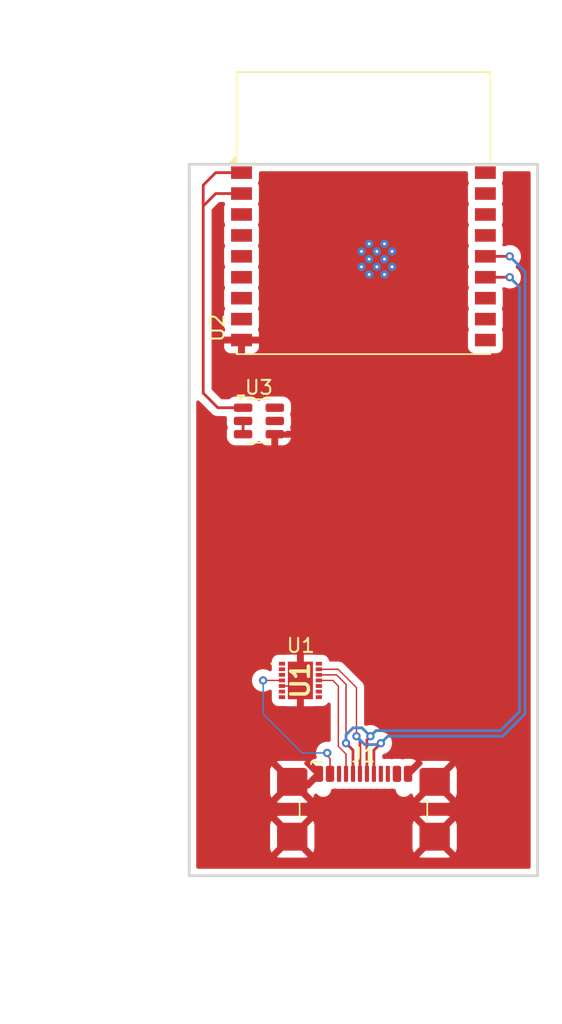
<source format=kicad_pcb>
(kicad_pcb (version 20240108) (generator "pcbnew") (generator_version "8.0")
  (layers (0 "F.Cu" signal) (31 "B.Cu" signal) (34 "B.Paste" user) (35 "F.Paste" user) (36 "B.SilkS" user "B.Silkscreen") (37 "F.SilkS" user "F.Silkscreen") (38 "B.Mask" user) (39 "F.Mask" user) (44 "Edge.Cuts" user))
  (net 0 "")
  (net 1 "GND")
  (net 2 "D-")
  (net 3 "Net-(U1-ISENP)")
  (net 5 "Net-(J1-CC1)")
  (net 6 "Net-(J1-CC2)")
  (net 7 "D+")
  (net 9 "G_PWM")
  (net 10 "W_PWM")
  (net 12 "R_PWM")
  (net 13 "Net-(D2-A)")
  (net 14 "Net-(U2-3V3)")
  (net 16 "PWR_SENS")
  (net 20 "B_PWM")
  (net 23 "Net-(U3-BST)")
  (net 24 "PWR")
  (net 25 "Net-(U3-SW)")
  (net 26 "Net-(U1-VOUT)")
  (net 27 "Net-(Q1-S)")
  (net 28 "Net-(U1-VSEL)")
  (net 30 "Net-(U1-ISEL)")
  (net 31 "Net-(U1-PWR_EN)")
  (net 32 "Net-(U1-V5V)")
  (net 33 "Net-(D1-A)")
  (footprint "Package_TO_SOT_SMD:TSOT-23-6" (layer "F.Cu") (at 142.04 91.1)
    (property "Reference" "U3" (at 0 -2.4 0) (layer "F.SilkS"))
    (property "Value" "AP63203WU")
    (fp_line (start 0 -1.56) (end -0.8 -1.56) (stroke (width 0.12)) (layer "F.SilkS"))
    (fp_line (start 0 -1.56) (end 0.8 -1.56) (stroke (width 0.12)) (layer "F.SilkS"))
    (fp_line (start 0 1.56) (end -0.8 1.56) (stroke (width 0.12)) (layer "F.SilkS"))
    (fp_line (start 0 1.56) (end 0.8 1.56) (stroke (width 0.12)) (layer "F.SilkS"))
    (fp_poly (pts (xy -1.3 -1.51) (xy -1.54 -1.84) (xy -1.06 -1.84) (xy -1.3 -1.51)) (stroke (width 0.12)) (fill solid) (layer "F.SilkS"))
    (pad "1" smd roundrect (at -1.1375 -0.95) (size 1.325 0.6) (layers "F.Cu" "F.Paste" "F.Mask") (net 14 "Net-(U2-3V3)"))
    (pad "2" smd roundrect (at -1.1375 0) (size 1.325 0.6) (layers "F.Cu" "F.Paste" "F.Mask") (net 24 "PWR"))
    (pad "3" smd roundrect (at -1.1375 0.95) (size 1.325 0.6) (layers "F.Cu" "F.Paste" "F.Mask") (net 24 "PWR"))
    (pad "4" smd roundrect (at 1.1375 0.95) (size 1.325 0.6) (layers "F.Cu" "F.Paste" "F.Mask") (net 1 "GND"))
    (pad "5" smd roundrect (at 1.1375 0) (size 1.325 0.6) (layers "F.Cu" "F.Paste" "F.Mask") (net 25 "Net-(U3-SW)"))
    (pad "6" smd roundrect (at 1.1375 -0.95) (size 1.325 0.6) (layers "F.Cu" "F.Paste" "F.Mask") (net 23 "Net-(U3-BST)"))
  )
  (footprint "RF_Module:ESP32-C3-WROOM-02" (layer "F.Cu") (at 149.54 79.3)
    (property "Reference" "U2" (at -10.5 5.13 90) (layer "F.SilkS"))
    (property "Value" "ESP32-C3-WROOM-02")
    (fp_line (start -9.11 -13.21) (end -9.11 -7.4) (stroke (width 0.12)) (layer "F.SilkS"))
    (fp_line (start -9.11 -13.21) (end 9.11 -13.21) (stroke (width 0.12)) (layer "F.SilkS"))
    (fp_line (start -9.11 6.71) (end -9.11 7.01) (stroke (width 0.12)) (layer "F.SilkS"))
    (fp_line (start -9.11 7.01) (end 9.11 7.01) (stroke (width 0.12)) (layer "F.SilkS"))
    (fp_line (start 9.11 -13.21) (end 9.11 -6.71) (stroke (width 0.12)) (layer "F.SilkS"))
    (fp_line (start 9.11 6.71) (end 9.11 7.01) (stroke (width 0.12)) (layer "F.SilkS"))
    (fp_poly (pts (xy -9.1 -6.7) (xy -9.6 -6.7) (xy -9.1 -7.2) (xy -9.1 -6.7)) (stroke (width 0.12)) (fill solid) (layer "F.SilkS"))
    (pad "1" smd rect (at -8.75 -6) (size 1.5 0.9) (layers "F.Cu" "F.Paste" "F.Mask") (net 14 "Net-(U2-3V3)"))
    (pad "2" smd rect (at -8.75 -4.5) (size 1.5 0.9) (layers "F.Cu" "F.Paste" "F.Mask") (net 14 "Net-(U2-3V3)"))
    (pad "3" smd rect (at -8.75 -3) (size 1.5 0.9) (layers "F.Cu" "F.Paste" "F.Mask") (net 13 "Net-(D2-A)"))
    (pad "4" smd rect (at -8.75 -1.5) (size 1.5 0.9) (layers "F.Cu" "F.Paste" "F.Mask") (net 12 "R_PWM"))
    (pad "5" smd rect (at -8.75 0) (size 1.5 0.9) (layers "F.Cu" "F.Paste" "F.Mask") (net 9 "G_PWM"))
    (pad "6" smd rect (at -8.75 1.5) (size 1.5 0.9) (layers "F.Cu" "F.Paste" "F.Mask") (net 20 "B_PWM"))
    (pad "7" smd rect (at -8.75 3) (size 1.5 0.9) (layers "F.Cu" "F.Paste" "F.Mask") (net 10 "W_PWM"))
    (pad "8" smd rect (at -8.75 4.5) (size 1.5 0.9) (layers "F.Cu" "F.Paste" "F.Mask"))
    (pad "9" smd rect (at -8.75 6) (size 1.5 0.9) (layers "F.Cu" "F.Paste" "F.Mask") (net 1 "GND"))
    (pad "10" smd rect (at 8.75 6) (size 1.5 0.9) (layers "F.Cu" "F.Paste" "F.Mask"))
    (pad "11" smd rect (at 8.75 4.5) (size 1.5 0.9) (layers "F.Cu" "F.Paste" "F.Mask"))
    (pad "12" smd rect (at 8.75 3) (size 1.5 0.9) (layers "F.Cu" "F.Paste" "F.Mask"))
    (pad "13" smd rect (at 8.75 1.5) (size 1.5 0.9) (layers "F.Cu" "F.Paste" "F.Mask") (net 2 "D-"))
    (pad "14" smd rect (at 8.75 0) (size 1.5 0.9) (layers "F.Cu" "F.Paste" "F.Mask") (net 7 "D+"))
    (pad "15" smd rect (at 8.75 -1.5) (size 1.5 0.9) (layers "F.Cu" "F.Paste" "F.Mask"))
    (pad "16" smd rect (at 8.75 -3) (size 1.5 0.9) (layers "F.Cu" "F.Paste" "F.Mask"))
    (pad "17" smd rect (at 8.75 -4.5) (size 1.5 0.9) (layers "F.Cu" "F.Paste" "F.Mask"))
    (pad "18" smd rect (at 8.75 -6) (size 1.5 0.9) (layers "F.Cu" "F.Paste" "F.Mask") (net 16 "PWR_SENS"))
    (pad "19" thru_hole circle (at -0.14 -0.35) (size 0.6 0.6) (drill 0.2) (property pad_prop_heatsink) (layers "*.Cu" "F.Mask") (net 1 "GND"))
    (pad "19" thru_hole circle (at -0.14 0.75) (size 0.6 0.6) (drill 0.2) (property pad_prop_heatsink) (layers "*.Cu" "F.Mask") (net 1 "GND"))
    (pad "19" thru_hole circle (at 0.41 -0.9) (size 0.6 0.6) (drill 0.2) (property pad_prop_heatsink) (layers "*.Cu" "F.Mask") (net 1 "GND"))
    (pad "19" thru_hole circle (at 0.41 0.2) (size 0.6 0.6) (drill 0.2) (property pad_prop_heatsink) (layers "*.Cu" "F.Mask") (net 1 "GND"))
    (pad "19" thru_hole circle (at 0.41 1.3) (size 0.6 0.6) (drill 0.2) (property pad_prop_heatsink) (layers "*.Cu" "F.Mask") (net 1 "GND"))
    (pad "19" thru_hole circle (at 0.96 -0.35) (size 0.6 0.6) (drill 0.2) (property pad_prop_heatsink) (layers "*.Cu" "F.Mask") (net 1 "GND"))
    (pad "19" smd rect (at 0.96 0.2) (size 2.9 2.9) (property pad_prop_heatsink) (layers "F.Cu" "F.Mask") (net 1 "GND"))
    (pad "19" thru_hole circle (at 0.96 0.75) (size 0.6 0.6) (drill 0.2) (property pad_prop_heatsink) (layers "*.Cu" "F.Mask") (net 1 "GND"))
    (pad "19" thru_hole circle (at 1.51 -0.9) (size 0.6 0.6) (drill 0.2) (property pad_prop_heatsink) (layers "*.Cu" "F.Mask") (net 1 "GND"))
    (pad "19" thru_hole circle (at 1.51 0.2) (size 0.6 0.6) (drill 0.2) (property pad_prop_heatsink) (layers "*.Cu" "F.Mask") (net 1 "GND"))
    (pad "19" thru_hole circle (at 1.51 1.3) (size 0.6 0.6) (drill 0.2) (property pad_prop_heatsink) (layers "*.Cu" "F.Mask") (net 1 "GND"))
    (pad "19" thru_hole circle (at 2.06 -0.35) (size 0.6 0.6) (drill 0.2) (property pad_prop_heatsink) (layers "*.Cu" "F.Mask") (net 1 "GND"))
    (pad "19" thru_hole circle (at 2.06 0.75) (size 0.6 0.6) (drill 0.2) (property pad_prop_heatsink) (layers "*.Cu" "F.Mask") (net 1 "GND"))
    (zone (net 0) (net_name "") (layers "F&B.Cu") (connect_pads (clearance 0)) (min_thickness 0.254)
      (keepout (tracks not_allowed) (vias not_allowed) (pads not_allowed) (copperpour not_allowed) (footprints not_allowed))
      (fill (thermal_gap 0.508) (thermal_bridge_width 0.508))
      (polygon (pts (xy 135.54 72.2) (xy 163.54 72.2) (xy 163.54 61.2) (xy 135.54 61.2)))
    )
  )
  (footprint "Footprints:AP33771CFBZ13FA01" (layer "F.Cu") (at 145.015 109.7 -90)
    (property "Reference" "U1" (at 0 0 90) (layer "F.SilkS") (effects (font (size 1.27 1.27) (thickness 0.254))))
    (property "Value" "AP33771C" (hide yes))
    (fp_line (start -1.25 2.05) (end -1.25 2.05) (stroke (width 0.1)) (layer "F.SilkS"))
    (fp_line (start -1.15 2.05) (end -1.15 2.05) (stroke (width 0.1)) (layer "F.SilkS"))
    (fp_arc (start -1.25 2.05) (mid -1.2 2) (end -1.15 2.05) (stroke (width 0.1)) (layer "F.SilkS"))
    (fp_arc (start -1.15 2.05) (mid -1.2 2.1) (end -1.25 2.05) (stroke (width 0.1)) (layer "F.SilkS"))
    (fp_text user "${REFERENCE}" (at -2.5 -0.025 0) (layer "F.SilkS"))
    (pad "1" smd rect (at -1.2 1.325 270) (size 0.27 0.45) (layers "F.Cu" "F.Paste" "F.Mask") (net 26 "Net-(U1-VOUT)"))
    (pad "2" smd rect (at -0.8 1.325 270) (size 0.27 0.45) (layers "F.Cu" "F.Paste" "F.Mask") (net 31 "Net-(U1-PWR_EN)"))
    (pad "3" smd rect (at -0.4 1.325 270) (size 0.27 0.45) (layers "F.Cu" "F.Paste" "F.Mask") (net 27 "Net-(Q1-S)"))
    (pad "4" smd rect (at 0 1.325 270) (size 0.27 0.45) (layers "F.Cu" "F.Paste" "F.Mask") (net 3 "Net-(U1-ISENP)"))
    (pad "5" smd rect (at 0.4 1.325 270) (size 0.27 0.45) (layers "F.Cu" "F.Paste" "F.Mask") (net 1 "GND"))
    (pad "6" smd rect (at 0.8 1.325 270) (size 0.27 0.45) (layers "F.Cu" "F.Paste" "F.Mask"))
    (pad "7" smd rect (at 1.2 1.325 270) (size 0.27 0.45) (layers "F.Cu" "F.Paste" "F.Mask") (net 33 "Net-(D1-A)"))
    (pad "8" smd rect (at 1.2 -1.325 270) (size 0.27 0.45) (layers "F.Cu" "F.Paste" "F.Mask") (net 28 "Net-(U1-VSEL)"))
    (pad "9" smd rect (at 0.8 -1.325 270) (size 0.27 0.45) (layers "F.Cu" "F.Paste" "F.Mask") (net 30 "Net-(U1-ISEL)"))
    (pad "10" smd rect (at 0.4 -1.325 270) (size 0.27 0.45) (layers "F.Cu" "F.Paste" "F.Mask") (net 6 "Net-(J1-CC2)"))
    (pad "11" smd rect (at 0 -1.325 270) (size 0.27 0.45) (layers "F.Cu" "F.Paste" "F.Mask") (net 5 "Net-(J1-CC1)"))
    (pad "12" smd rect (at -0.4 -1.325 270) (size 0.27 0.45) (layers "F.Cu" "F.Paste" "F.Mask") (net 2 "D-"))
    (pad "13" smd rect (at -0.8 -1.325 270) (size 0.27 0.45) (layers "F.Cu" "F.Paste" "F.Mask") (net 7 "D+"))
    (pad "14" smd rect (at -1.2 -1.325 270) (size 0.27 0.45) (layers "F.Cu" "F.Paste" "F.Mask") (net 32 "Net-(U1-V5V)"))
    (pad "15" smd rect (at 0 0) (size 1.8 2.7) (layers "F.Cu" "F.Paste" "F.Mask") (net 1 "GND"))
  )
  (footprint "Connector_USB:USB_C_Receptacle_GCT_USB4110" (layer "F.Cu") (at 149.54 120.075)
    (property "Reference" "J1" (at 0 -5.015 0) (layer "F.SilkS"))
    (property "Value" "USB_C_Receptacle_USB2.0_16P")
    (fp_line (start -4.58 -0.435) (end -4.58 -1.845) (stroke (width 0.12)) (layer "F.SilkS"))
    (fp_line (start -3.76 -4.515) (end -3.76 -4.365) (stroke (width 0.12)) (layer "F.SilkS"))
    (fp_line (start -2.96 -4.515) (end -3.76 -4.515) (stroke (width 0.12)) (layer "F.SilkS"))
    (fp_line (start 4.58 -0.435) (end 4.58 -1.845) (stroke (width 0.12)) (layer "F.SilkS"))
    (pad "" np_thru_hole circle (at -2.89 -2.605) (size 0.65 0.65) (drill 0.65) (layers "F&B.Cu" "*.Mask"))
    (pad "" np_thru_hole circle (at 2.89 -2.605) (size 0.65 0.65) (drill 0.65) (layers "F&B.Cu" "*.Mask"))
    (pad "A1" smd roundrect (at -3.2 -3.68) (size 0.6 1.15) (layers "F.Cu" "F.Paste" "F.Mask") (net 1 "GND"))
    (pad "A4" smd roundrect (at -2.4 -3.68) (size 0.6 1.15) (layers "F.Cu" "F.Paste" "F.Mask") (net 3 "Net-(U1-ISENP)"))
    (pad "A5" smd roundrect (at -1.25 -3.68) (size 0.3 1.15) (layers "F.Cu" "F.Paste" "F.Mask") (net 5 "Net-(J1-CC1)"))
    (pad "A6" smd roundrect (at -0.25 -3.68) (size 0.3 1.15) (layers "F.Cu" "F.Paste" "F.Mask") (net 7 "D+"))
    (pad "A7" smd roundrect (at 0.25 -3.68) (size 0.3 1.15) (layers "F.Cu" "F.Paste" "F.Mask") (net 2 "D-"))
    (pad "A8" smd roundrect (at 1.25 -3.68) (size 0.3 1.15) (layers "F.Cu" "F.Paste" "F.Mask"))
    (pad "A9" smd roundrect (at 2.4 -3.68) (size 0.6 1.15) (layers "F.Cu" "F.Paste" "F.Mask") (net 3 "Net-(U1-ISENP)"))
    (pad "A12" smd roundrect (at 3.2 -3.68) (size 0.6 1.15) (layers "F.Cu" "F.Paste" "F.Mask") (net 1 "GND"))
    (pad "B1" smd roundrect (at 3.2 -3.68) (size 0.6 1.15) (layers "F.Cu" "F.Paste" "F.Mask") (net 1 "GND"))
    (pad "B4" smd roundrect (at 2.4 -3.68) (size 0.6 1.15) (layers "F.Cu" "F.Paste" "F.Mask") (net 3 "Net-(U1-ISENP)"))
    (pad "B5" smd roundrect (at 1.75 -3.68) (size 0.3 1.15) (layers "F.Cu" "F.Paste" "F.Mask") (net 6 "Net-(J1-CC2)"))
    (pad "B6" smd roundrect (at 0.75 -3.68) (size 0.3 1.15) (layers "F.Cu" "F.Paste" "F.Mask") (net 7 "D+"))
    (pad "B7" smd roundrect (at -0.75 -3.68) (size 0.3 1.15) (layers "F.Cu" "F.Paste" "F.Mask") (net 2 "D-"))
    (pad "B8" smd roundrect (at -1.75 -3.68) (size 0.3 1.15) (layers "F.Cu" "F.Paste" "F.Mask"))
    (pad "B9" smd roundrect (at -2.4 -3.68) (size 0.6 1.15) (layers "F.Cu" "F.Paste" "F.Mask") (net 3 "Net-(U1-ISENP)"))
    (pad "B12" smd roundrect (at -3.2 -3.68) (size 0.6 1.15) (layers "F.Cu" "F.Paste" "F.Mask") (net 1 "GND"))
    (pad "S1" smd roundrect (at -5.11 -3.105) (size 2.18 2) (layers "F.Cu" "F.Paste" "F.Mask") (roundrect_rratio 0.125) (net 1 "GND"))
    (pad "S1" smd roundrect (at -5.11 0.825) (size 2.18 2) (layers "F.Cu" "F.Paste" "F.Mask") (roundrect_rratio 0.125) (net 1 "GND"))
    (pad "S1" smd roundrect (at 5.11 -3.105) (size 2.18 2) (layers "F.Cu" "F.Paste" "F.Mask") (roundrect_rratio 0.125) (net 1 "GND"))
    (pad "S1" smd roundrect (at 5.11 0.825) (size 2.18 2) (layers "F.Cu" "F.Paste" "F.Mask") (roundrect_rratio 0.125) (net 1 "GND"))
  )
  (gr_rect (start 137.04 72.7) (end 162.04 123.7) (stroke (width 0.2)) (fill none) (layer "Edge.Cuts"))
  (segment (start 144.615 110.1) (end 145.015 109.7) (width 0.1) (layer "F.Cu") (net 1))
  (segment (start 143.69 110.1) (end 144.615 110.1) (width 0.1) (layer "F.Cu") (net 1))
  (segment (start 149.79 113.95) (end 150.04 113.7) (width 0.2) (layer "F.Cu") (net 2))
  (segment (start 147.607842 109.3) (end 148.29 109.982158) (width 0.1) (layer "F.Cu") (net 2))
  (segment (start 148.29 109.982158) (end 148.29 114.2) (width 0.1) (layer "F.Cu") (net 2))
  (segment (start 149.79 116.52) (end 149.79 113.95) (width 0.2) (layer "F.Cu") (net 2))
  (segment (start 160.04 80.8) (end 158.29 80.8) (width 0.2) (layer "F.Cu") (net 2))
  (segment (start 148.79 116.52) (end 148.79 114.7) (width 0.2) (layer "F.Cu") (net 2))
  (segment (start 146.34 109.3) (end 147.607842 109.3) (width 0.1) (layer "F.Cu") (net 2))
  (segment (start 148.79 114.7) (end 148.29 114.2) (width 0.2) (layer "F.Cu") (net 2))
  (via (at 150.04 113.7) (size 0.6) (drill 0.3) (layers "F.Cu" "B.Cu") (net 2))
  (via (at 160.04 80.8) (size 0.6) (drill 0.3) (layers "F.Cu" "B.Cu") (net 2))
  (via (at 148.29 114.2) (size 0.6) (drill 0.3) (layers "F.Cu" "B.Cu") (net 2))
  (segment (start 148.29 113.601471) (end 148.791471 113.1) (width 0.2) (layer "B.Cu") (net 2))
  (segment (start 148.791471 113.1) (end 149.44 113.1) (width 0.2) (layer "B.Cu") (net 2))
  (segment (start 160.74 81.5) (end 160.74 111.934314) (width 0.2) (layer "B.Cu") (net 2))
  (segment (start 160.04 80.8) (end 160.74 81.5) (width 0.2) (layer "B.Cu") (net 2))
  (segment (start 159.374314 113.3) (end 150.44 113.3) (width 0.2) (layer "B.Cu") (net 2))
  (segment (start 150.44 113.3) (end 150.04 113.7) (width 0.2) (layer "B.Cu") (net 2))
  (segment (start 148.29 114.2) (end 148.29 113.601471) (width 0.2) (layer "B.Cu") (net 2))
  (segment (start 149.44 113.1) (end 150.04 113.7) (width 0.2) (layer "B.Cu") (net 2))
  (segment (start 160.74 111.934314) (end 159.374314 113.3) (width 0.2) (layer "B.Cu") (net 2))
  (segment (start 143.69 109.7) (end 142.34 109.7) (width 0.1) (layer "F.Cu") (net 3))
  (segment (start 146.94 114.9) (end 146.94 115.1) (width 0.1) (layer "F.Cu") (net 3))
  (segment (start 147.14 115.3) (end 147.14 116.395) (width 0.1) (layer "F.Cu") (net 3))
  (segment (start 146.94 115.1) (end 147.14 115.3) (width 0.1) (layer "F.Cu") (net 3))
  (via (at 146.94 114.9) (size 0.6) (drill 0.3) (layers "F.Cu" "B.Cu") (net 3))
  (via (at 142.34 109.7) (size 0.6) (drill 0.3) (layers "F.Cu" "B.Cu") (net 3))
  (segment (start 142.34 109.7) (end 142.34 112.1) (width 0.1) (layer "B.Cu") (net 3))
  (segment (start 142.34 112.1) (end 145.14 114.9) (width 0.1) (layer "B.Cu") (net 3))
  (segment (start 145.14 114.9) (end 146.94 114.9) (width 0.1) (layer "B.Cu") (net 3))
  (segment (start 147.74 110.1) (end 147.34 109.7) (width 0.1) (layer "F.Cu") (net 5))
  (segment (start 147.74 114.427818) (end 147.74 110.1) (width 0.1) (layer "F.Cu") (net 5))
  (segment (start 148.29 114.977818) (end 147.74 114.427818) (width 0.1) (layer "F.Cu") (net 5))
  (segment (start 147.34 109.7) (end 146.34 109.7) (width 0.1) (layer "F.Cu") (net 5))
  (segment (start 148.29 116.395) (end 148.29 114.977818) (width 0.1) (layer "F.Cu") (net 5))
  (segment (start 149.04 110.215) (end 149.04 113.7) (width 0.1) (layer "F.Cu") (net 7))
  (segment (start 147.725 108.9) (end 149.04 110.215) (width 0.1) (layer "F.Cu") (net 7))
  (segment (start 150.29 114.7) (end 150.79 114.2) (width 0.2) (layer "F.Cu") (net 7))
  (segment (start 150.29 116.52) (end 150.29 114.7) (width 0.2) (layer "F.Cu") (net 7))
  (segment (start 160.04 79.3) (end 158.29 79.3) (width 0.2) (layer "F.Cu") (net 7))
  (segment (start 146.34 108.9) (end 147.725 108.9) (width 0.1) (layer "F.Cu") (net 7))
  (segment (start 149.29 113.95) (end 149.04 113.7) (width 0.2) (layer "F.Cu") (net 7))
  (segment (start 149.29 116.52) (end 149.29 113.95) (width 0.2) (layer "F.Cu") (net 7))
  (via (at 149.04 113.7) (size 0.6) (drill 0.3) (layers "F.Cu" "B.Cu") (net 7))
  (via (at 160.04 79.3) (size 0.6) (drill 0.3) (layers "F.Cu" "B.Cu") (net 7))
  (via (at 150.79 114.2) (size 0.6) (drill 0.3) (layers "F.Cu" "B.Cu") (net 7))
  (segment (start 159.54 113.7) (end 161.14 112.1) (width 0.2) (layer "B.Cu") (net 7))
  (segment (start 150.69 114.3) (end 149.64 114.3) (width 0.2) (layer "B.Cu") (net 7))
  (segment (start 149.64 114.3) (end 149.04 113.7) (width 0.2) (layer "B.Cu") (net 7))
  (segment (start 150.79 114.2) (end 150.69 114.3) (width 0.2) (layer "B.Cu") (net 7))
  (segment (start 150.79 114.2) (end 151.29 113.7) (width 0.2) (layer "B.Cu") (net 7))
  (segment (start 161.14 80.4) (end 160.04 79.3) (width 0.2) (layer "B.Cu") (net 7))
  (segment (start 151.29 113.7) (end 159.54 113.7) (width 0.2) (layer "B.Cu") (net 7))
  (segment (start 161.14 112.1) (end 161.14 80.4) (width 0.2) (layer "B.Cu") (net 7))
  (segment (start 138.94 73.3) (end 138.04 74.2) (width 0.2) (layer "F.Cu") (net 14))
  (segment (start 140.9025 90.15) (end 139.09 90.15) (width 0.2) (layer "F.Cu") (net 14))
  (segment (start 140.79 74.8) (end 138.94 74.8) (width 0.2) (layer "F.Cu") (net 14))
  (segment (start 139.09 90.15) (end 138.04 89.1) (width 0.2) (layer "F.Cu") (net 14))
  (segment (start 138.94 74.8) (end 138.04 75.7) (width 0.2) (layer "F.Cu") (net 14))
  (segment (start 140.79 73.3) (end 138.94 73.3) (width 0.2) (layer "F.Cu") (net 14))
  (segment (start 138.04 74.2) (end 138.04 75.7) (width 0.2) (layer "F.Cu") (net 14))
  (segment (start 138.04 89.1) (end 138.04 75.7) (width 0.2) (layer "F.Cu") (net 14))
  (segment (start 140.9025 91.1) (end 140.9025 92.05) (width 0.2) (layer "F.Cu") (net 24))
  (zone (net 1) (net_name "GND") (layer "F.Cu") (connect_pads (clearance 0.5)) (min_thickness 0.25) (fill yes (thermal_gap 0.5) (thermal_bridge_width 0.5))
    (polygon (pts (xy 137.04 72.7) (xy 162.04 72.7) (xy 162.04 123.7) (xy 137.04 123.7)))
  )
)
</source>
